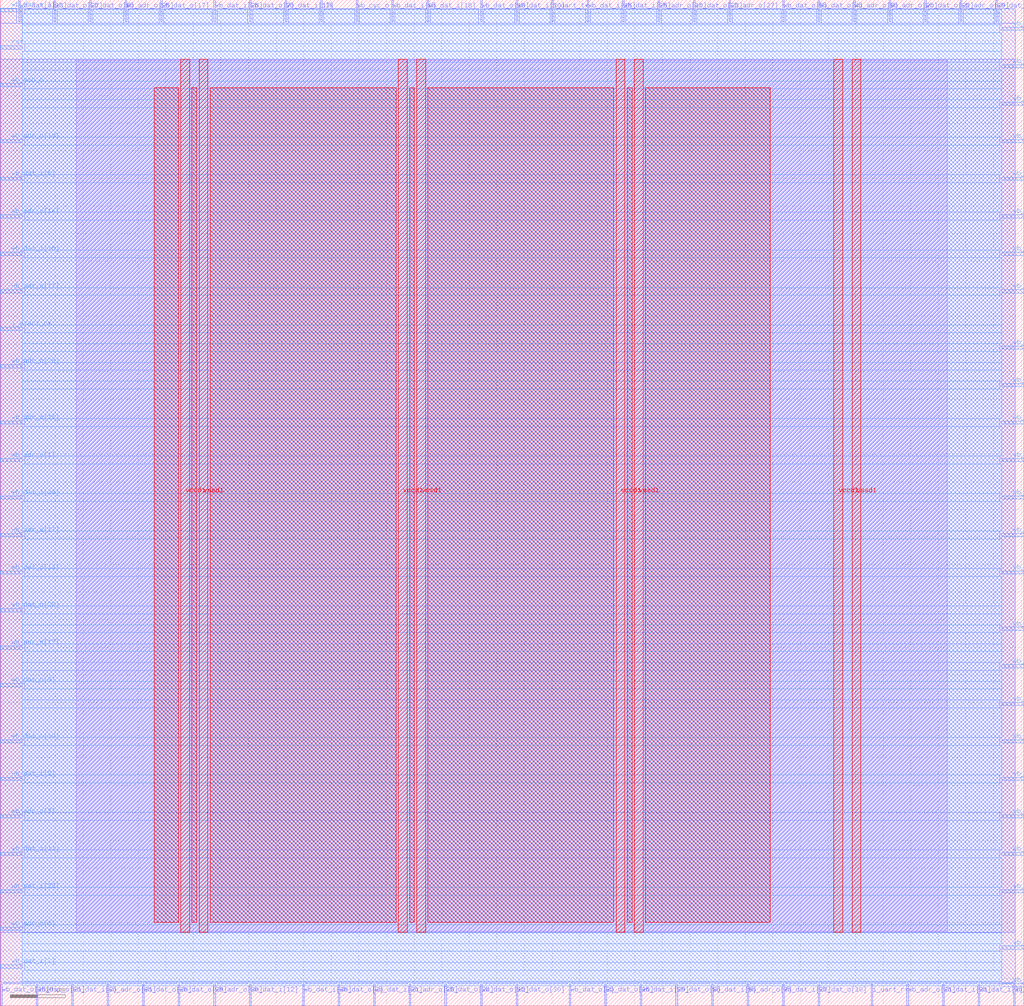
<source format=lef>
VERSION 5.7 ;
  NOWIREEXTENSIONATPIN ON ;
  DIVIDERCHAR "/" ;
  BUSBITCHARS "[]" ;
MACRO uart_wbs_bridge
  CLASS BLOCK ;
  FOREIGN uart_wbs_bridge ;
  ORIGIN 0.000 0.000 ;
  SIZE 185.510 BY 182.390 ;
  PIN clk
    DIRECTION INPUT ;
    USE SIGNAL ;
    ANTENNAGATEAREA 0.852000 ;
    PORT
      LAYER met2 ;
        RECT 58.050 178.390 58.330 182.390 ;
    END
  END clk
  PIN i_start_rx
    DIRECTION INPUT ;
    USE SIGNAL ;
    ANTENNAGATEAREA 0.126000 ;
    PORT
      LAYER met3 ;
        RECT 0.000 122.440 4.000 123.040 ;
    END
  END i_start_rx
  PIN i_uart_rx
    DIRECTION INPUT ;
    USE SIGNAL ;
    ANTENNAGATEAREA 0.196500 ;
    PORT
      LAYER met2 ;
        RECT 157.870 0.000 158.150 4.000 ;
    END
  END i_uart_rx
  PIN o_uart_tx
    DIRECTION OUTPUT TRISTATE ;
    USE SIGNAL ;
    ANTENNADIFFAREA 2.673000 ;
    PORT
      LAYER met2 ;
        RECT 99.910 178.390 100.190 182.390 ;
    END
  END o_uart_tx
  PIN rst
    DIRECTION INPUT ;
    USE SIGNAL ;
    ANTENNAGATEAREA 0.196500 ;
    PORT
      LAYER met3 ;
        RECT 0.000 173.440 4.000 174.040 ;
    END
  END rst
  PIN vccd1
    DIRECTION INOUT ;
    USE POWER ;
    PORT
      LAYER met4 ;
        RECT 32.720 13.360 34.320 171.600 ;
    END
    PORT
      LAYER met4 ;
        RECT 72.165 13.360 73.765 171.600 ;
    END
    PORT
      LAYER met4 ;
        RECT 111.610 13.360 113.210 171.600 ;
    END
    PORT
      LAYER met4 ;
        RECT 151.055 13.360 152.655 171.600 ;
    END
  END vccd1
  PIN vssd1
    DIRECTION INOUT ;
    USE GROUND ;
    PORT
      LAYER met4 ;
        RECT 36.020 13.360 37.620 171.600 ;
    END
    PORT
      LAYER met4 ;
        RECT 75.465 13.360 77.065 171.600 ;
    END
    PORT
      LAYER met4 ;
        RECT 114.910 13.360 116.510 171.600 ;
    END
    PORT
      LAYER met4 ;
        RECT 154.355 13.360 155.955 171.600 ;
    END
  END vssd1
  PIN wb_ack_i
    DIRECTION INPUT ;
    USE SIGNAL ;
    ANTENNAGATEAREA 0.196500 ;
    PORT
      LAYER met3 ;
        RECT 181.510 61.240 185.510 61.840 ;
    END
  END wb_ack_i
  PIN wb_adr_o[0]
    DIRECTION OUTPUT TRISTATE ;
    USE SIGNAL ;
    ANTENNADIFFAREA 2.673000 ;
    PORT
      LAYER met3 ;
        RECT 0.000 13.640 4.000 14.240 ;
    END
  END wb_adr_o[0]
  PIN wb_adr_o[10]
    DIRECTION OUTPUT TRISTATE ;
    USE SIGNAL ;
    ANTENNADIFFAREA 2.673000 ;
    PORT
      LAYER met2 ;
        RECT 119.230 178.390 119.510 182.390 ;
    END
  END wb_adr_o[10]
  PIN wb_adr_o[11]
    DIRECTION OUTPUT TRISTATE ;
    USE SIGNAL ;
    ANTENNADIFFAREA 2.673000 ;
    PORT
      LAYER met3 ;
        RECT 0.000 129.240 4.000 129.840 ;
    END
  END wb_adr_o[11]
  PIN wb_adr_o[12]
    DIRECTION OUTPUT TRISTATE ;
    USE SIGNAL ;
    ANTENNADIFFAREA 2.673000 ;
    PORT
      LAYER met3 ;
        RECT 0.000 64.640 4.000 65.240 ;
    END
  END wb_adr_o[12]
  PIN wb_adr_o[13]
    DIRECTION OUTPUT TRISTATE ;
    USE SIGNAL ;
    ANTENNADIFFAREA 2.673000 ;
    PORT
      LAYER met3 ;
        RECT 181.510 142.840 185.510 143.440 ;
    END
  END wb_adr_o[13]
  PIN wb_adr_o[14]
    DIRECTION OUTPUT TRISTATE ;
    USE SIGNAL ;
    ANTENNADIFFAREA 2.673000 ;
    PORT
      LAYER met3 ;
        RECT 0.000 142.840 4.000 143.440 ;
    END
  END wb_adr_o[14]
  PIN wb_adr_o[15]
    DIRECTION OUTPUT TRISTATE ;
    USE SIGNAL ;
    ANTENNADIFFAREA 2.673000 ;
    PORT
      LAYER met3 ;
        RECT 0.000 105.440 4.000 106.040 ;
    END
  END wb_adr_o[15]
  PIN wb_adr_o[16]
    DIRECTION OUTPUT TRISTATE ;
    USE SIGNAL ;
    ANTENNADIFFAREA 2.673000 ;
    PORT
      LAYER met3 ;
        RECT 181.510 34.040 185.510 34.640 ;
    END
  END wb_adr_o[16]
  PIN wb_adr_o[17]
    DIRECTION OUTPUT TRISTATE ;
    USE SIGNAL ;
    ANTENNADIFFAREA 2.673000 ;
    PORT
      LAYER met3 ;
        RECT 0.000 85.040 4.000 85.640 ;
    END
  END wb_adr_o[17]
  PIN wb_adr_o[18]
    DIRECTION OUTPUT TRISTATE ;
    USE SIGNAL ;
    ANTENNADIFFAREA 2.673000 ;
    PORT
      LAYER met3 ;
        RECT 181.510 91.840 185.510 92.440 ;
    END
  END wb_adr_o[18]
  PIN wb_adr_o[19]
    DIRECTION OUTPUT TRISTATE ;
    USE SIGNAL ;
    ANTENNADIFFAREA 2.673000 ;
    PORT
      LAYER met3 ;
        RECT 0.000 156.440 4.000 157.040 ;
    END
  END wb_adr_o[19]
  PIN wb_adr_o[1]
    DIRECTION OUTPUT TRISTATE ;
    USE SIGNAL ;
    ANTENNADIFFAREA 2.673000 ;
    PORT
      LAYER met3 ;
        RECT 0.000 98.640 4.000 99.240 ;
    END
  END wb_adr_o[1]
  PIN wb_adr_o[20]
    DIRECTION OUTPUT TRISTATE ;
    USE SIGNAL ;
    ANTENNADIFFAREA 2.673000 ;
    PORT
      LAYER met2 ;
        RECT 161.090 178.390 161.370 182.390 ;
    END
  END wb_adr_o[20]
  PIN wb_adr_o[21]
    DIRECTION OUTPUT TRISTATE ;
    USE SIGNAL ;
    ANTENNADIFFAREA 2.673000 ;
    PORT
      LAYER met2 ;
        RECT 164.310 0.000 164.590 4.000 ;
    END
  END wb_adr_o[21]
  PIN wb_adr_o[22]
    DIRECTION OUTPUT TRISTATE ;
    USE SIGNAL ;
    ANTENNADIFFAREA 2.673000 ;
    PORT
      LAYER met3 ;
        RECT 181.510 27.240 185.510 27.840 ;
    END
  END wb_adr_o[22]
  PIN wb_adr_o[23]
    DIRECTION OUTPUT TRISTATE ;
    USE SIGNAL ;
    ANTENNADIFFAREA 2.673000 ;
    PORT
      LAYER met3 ;
        RECT 181.510 98.640 185.510 99.240 ;
    END
  END wb_adr_o[23]
  PIN wb_adr_o[24]
    DIRECTION OUTPUT TRISTATE ;
    USE SIGNAL ;
    ANTENNADIFFAREA 2.673000 ;
    PORT
      LAYER met3 ;
        RECT 181.510 163.240 185.510 163.840 ;
    END
  END wb_adr_o[24]
  PIN wb_adr_o[25]
    DIRECTION OUTPUT TRISTATE ;
    USE SIGNAL ;
    ANTENNADIFFAREA 2.673000 ;
    PORT
      LAYER met2 ;
        RECT 22.630 178.390 22.910 182.390 ;
    END
  END wb_adr_o[25]
  PIN wb_adr_o[26]
    DIRECTION OUTPUT TRISTATE ;
    USE SIGNAL ;
    ANTENNADIFFAREA 2.673000 ;
    PORT
      LAYER met3 ;
        RECT 0.000 115.640 4.000 116.240 ;
    END
  END wb_adr_o[26]
  PIN wb_adr_o[27]
    DIRECTION OUTPUT TRISTATE ;
    USE SIGNAL ;
    ANTENNADIFFAREA 2.673000 ;
    PORT
      LAYER met2 ;
        RECT 132.110 178.390 132.390 182.390 ;
    END
  END wb_adr_o[27]
  PIN wb_adr_o[28]
    DIRECTION OUTPUT TRISTATE ;
    USE SIGNAL ;
    ANTENNADIFFAREA 2.673000 ;
    PORT
      LAYER met2 ;
        RECT 74.150 0.000 74.430 4.000 ;
    END
  END wb_adr_o[28]
  PIN wb_adr_o[29]
    DIRECTION OUTPUT TRISTATE ;
    USE SIGNAL ;
    ANTENNADIFFAREA 2.673000 ;
    PORT
      LAYER met2 ;
        RECT 173.970 178.390 174.250 182.390 ;
    END
  END wb_adr_o[29]
  PIN wb_adr_o[2]
    DIRECTION OUTPUT TRISTATE ;
    USE SIGNAL ;
    ANTENNADIFFAREA 2.673000 ;
    PORT
      LAYER met3 ;
        RECT 181.510 170.040 185.510 170.640 ;
    END
  END wb_adr_o[2]
  PIN wb_adr_o[30]
    DIRECTION OUTPUT TRISTATE ;
    USE SIGNAL ;
    ANTENNADIFFAREA 2.673000 ;
    PORT
      LAYER met2 ;
        RECT 38.730 0.000 39.010 4.000 ;
    END
  END wb_adr_o[30]
  PIN wb_adr_o[31]
    DIRECTION OUTPUT TRISTATE ;
    USE SIGNAL ;
    ANTENNADIFFAREA 2.673000 ;
    PORT
      LAYER met2 ;
        RECT 19.410 0.000 19.690 4.000 ;
    END
  END wb_adr_o[31]
  PIN wb_adr_o[3]
    DIRECTION OUTPUT TRISTATE ;
    USE SIGNAL ;
    ANTENNADIFFAREA 2.673000 ;
    PORT
      LAYER met3 ;
        RECT 0.000 34.040 4.000 34.640 ;
    END
  END wb_adr_o[3]
  PIN wb_adr_o[4]
    DIRECTION OUTPUT TRISTATE ;
    USE SIGNAL ;
    ANTENNADIFFAREA 2.673000 ;
    PORT
      LAYER met3 ;
        RECT 181.510 176.840 185.510 177.440 ;
    END
  END wb_adr_o[4]
  PIN wb_adr_o[5]
    DIRECTION OUTPUT TRISTATE ;
    USE SIGNAL ;
    ANTENNADIFFAREA 2.673000 ;
    PORT
      LAYER met2 ;
        RECT 154.650 178.390 154.930 182.390 ;
    END
  END wb_adr_o[5]
  PIN wb_adr_o[6]
    DIRECTION OUTPUT TRISTATE ;
    USE SIGNAL ;
    ANTENNADIFFAREA 2.673000 ;
    PORT
      LAYER met3 ;
        RECT 181.510 3.440 185.510 4.040 ;
    END
  END wb_adr_o[6]
  PIN wb_adr_o[7]
    DIRECTION OUTPUT TRISTATE ;
    USE SIGNAL ;
    ANTENNADIFFAREA 2.673000 ;
    PORT
      LAYER met2 ;
        RECT 135.330 0.000 135.610 4.000 ;
    END
  END wb_adr_o[7]
  PIN wb_adr_o[8]
    DIRECTION OUTPUT TRISTATE ;
    USE SIGNAL ;
    ANTENNADIFFAREA 2.673000 ;
    PORT
      LAYER met3 ;
        RECT 181.510 78.240 185.510 78.840 ;
    END
  END wb_adr_o[8]
  PIN wb_adr_o[9]
    DIRECTION OUTPUT TRISTATE ;
    USE SIGNAL ;
    ANTENNADIFFAREA 2.673000 ;
    PORT
      LAYER met3 ;
        RECT 181.510 54.440 185.510 55.040 ;
    END
  END wb_adr_o[9]
  PIN wb_cyc_o
    DIRECTION OUTPUT TRISTATE ;
    USE SIGNAL ;
    ANTENNADIFFAREA 2.673000 ;
    PORT
      LAYER met2 ;
        RECT 64.490 178.390 64.770 182.390 ;
    END
  END wb_cyc_o
  PIN wb_dat_i[0]
    DIRECTION INPUT ;
    USE SIGNAL ;
    ANTENNAGATEAREA 0.196500 ;
    PORT
      LAYER met2 ;
        RECT 70.930 178.390 71.210 182.390 ;
    END
  END wb_dat_i[0]
  PIN wb_dat_i[10]
    DIRECTION INPUT ;
    USE SIGNAL ;
    ANTENNAGATEAREA 0.196500 ;
    PORT
      LAYER met3 ;
        RECT 181.510 136.040 185.510 136.640 ;
    END
  END wb_dat_i[10]
  PIN wb_dat_i[11]
    DIRECTION INPUT ;
    USE SIGNAL ;
    ANTENNAGATEAREA 0.196500 ;
    PORT
      LAYER met3 ;
        RECT 0.000 27.240 4.000 27.840 ;
    END
  END wb_dat_i[11]
  PIN wb_dat_i[12]
    DIRECTION INPUT ;
    USE SIGNAL ;
    ANTENNAGATEAREA 0.196500 ;
    PORT
      LAYER met2 ;
        RECT 45.170 0.000 45.450 4.000 ;
    END
  END wb_dat_i[12]
  PIN wb_dat_i[13]
    DIRECTION INPUT ;
    USE SIGNAL ;
    ANTENNAGATEAREA 0.126000 ;
    PORT
      LAYER met3 ;
        RECT 181.510 149.640 185.510 150.240 ;
    END
  END wb_dat_i[13]
  PIN wb_dat_i[14]
    DIRECTION INPUT ;
    USE SIGNAL ;
    ANTENNAGATEAREA 0.196500 ;
    PORT
      LAYER met2 ;
        RECT 183.630 0.000 183.910 4.000 ;
    END
  END wb_dat_i[14]
  PIN wb_dat_i[15]
    DIRECTION INPUT ;
    USE SIGNAL ;
    ANTENNAGATEAREA 0.196500 ;
    PORT
      LAYER met2 ;
        RECT 106.350 178.390 106.630 182.390 ;
    END
  END wb_dat_i[15]
  PIN wb_dat_i[16]
    DIRECTION INPUT ;
    USE SIGNAL ;
    ANTENNAGATEAREA 0.196500 ;
    PORT
      LAYER met3 ;
        RECT 0.000 136.040 4.000 136.640 ;
    END
  END wb_dat_i[16]
  PIN wb_dat_i[17]
    DIRECTION INPUT ;
    USE SIGNAL ;
    ANTENNAGATEAREA 0.126000 ;
    PORT
      LAYER met2 ;
        RECT 51.610 178.390 51.890 182.390 ;
    END
  END wb_dat_i[17]
  PIN wb_dat_i[18]
    DIRECTION INPUT ;
    USE SIGNAL ;
    ANTENNAGATEAREA 0.196500 ;
    PORT
      LAYER met2 ;
        RECT 77.370 178.390 77.650 182.390 ;
    END
  END wb_dat_i[18]
  PIN wb_dat_i[19]
    DIRECTION INPUT ;
    USE SIGNAL ;
    ANTENNAGATEAREA 0.126000 ;
    PORT
      LAYER met3 ;
        RECT 181.510 156.440 185.510 157.040 ;
    END
  END wb_dat_i[19]
  PIN wb_dat_i[1]
    DIRECTION INPUT ;
    USE SIGNAL ;
    ANTENNAGATEAREA 0.196500 ;
    PORT
      LAYER met2 ;
        RECT 177.190 0.000 177.470 4.000 ;
    END
  END wb_dat_i[1]
  PIN wb_dat_i[20]
    DIRECTION INPUT ;
    USE SIGNAL ;
    ANTENNAGATEAREA 0.196500 ;
    PORT
      LAYER met2 ;
        RECT 93.470 178.390 93.750 182.390 ;
    END
  END wb_dat_i[20]
  PIN wb_dat_i[21]
    DIRECTION INPUT ;
    USE SIGNAL ;
    ANTENNAGATEAREA 0.196500 ;
    PORT
      LAYER met2 ;
        RECT 67.710 0.000 67.990 4.000 ;
    END
  END wb_dat_i[21]
  PIN wb_dat_i[22]
    DIRECTION INPUT ;
    USE SIGNAL ;
    ANTENNAGATEAREA 0.196500 ;
    PORT
      LAYER met3 ;
        RECT 181.510 40.840 185.510 41.440 ;
    END
  END wb_dat_i[22]
  PIN wb_dat_i[23]
    DIRECTION INPUT ;
    USE SIGNAL ;
    ANTENNAGATEAREA 0.196500 ;
    PORT
      LAYER met3 ;
        RECT 181.510 112.240 185.510 112.840 ;
    END
  END wb_dat_i[23]
  PIN wb_dat_i[24]
    DIRECTION INPUT ;
    USE SIGNAL ;
    ANTENNAGATEAREA 0.196500 ;
    PORT
      LAYER met3 ;
        RECT 0.000 91.840 4.000 92.440 ;
    END
  END wb_dat_i[24]
  PIN wb_dat_i[25]
    DIRECTION INPUT ;
    USE SIGNAL ;
    ANTENNAGATEAREA 0.196500 ;
    PORT
      LAYER met2 ;
        RECT 112.790 178.390 113.070 182.390 ;
    END
  END wb_dat_i[25]
  PIN wb_dat_i[26]
    DIRECTION INPUT ;
    USE SIGNAL ;
    ANTENNAGATEAREA 0.196500 ;
    PORT
      LAYER met2 ;
        RECT 38.730 178.390 39.010 182.390 ;
    END
  END wb_dat_i[26]
  PIN wb_dat_i[27]
    DIRECTION INPUT ;
    USE SIGNAL ;
    ANTENNAGATEAREA 0.196500 ;
    PORT
      LAYER met2 ;
        RECT 141.770 0.000 142.050 4.000 ;
    END
  END wb_dat_i[27]
  PIN wb_dat_i[28]
    DIRECTION INPUT ;
    USE SIGNAL ;
    ANTENNAGATEAREA 0.196500 ;
    PORT
      LAYER met3 ;
        RECT 0.000 20.440 4.000 21.040 ;
    END
  END wb_dat_i[28]
  PIN wb_dat_i[29]
    DIRECTION INPUT ;
    USE SIGNAL ;
    ANTENNAGATEAREA 0.196500 ;
    PORT
      LAYER met2 ;
        RECT 116.010 0.000 116.290 4.000 ;
    END
  END wb_dat_i[29]
  PIN wb_dat_i[2]
    DIRECTION INPUT ;
    USE SIGNAL ;
    ANTENNAGATEAREA 0.126000 ;
    PORT
      LAYER met2 ;
        RECT 12.970 0.000 13.250 4.000 ;
    END
  END wb_dat_i[2]
  PIN wb_dat_i[30]
    DIRECTION INPUT ;
    USE SIGNAL ;
    ANTENNAGATEAREA 0.196500 ;
    PORT
      LAYER met2 ;
        RECT 54.830 0.000 55.110 4.000 ;
    END
  END wb_dat_i[30]
  PIN wb_dat_i[31]
    DIRECTION INPUT ;
    USE SIGNAL ;
    ANTENNAGATEAREA 0.196500 ;
    PORT
      LAYER met2 ;
        RECT 170.750 0.000 171.030 4.000 ;
    END
  END wb_dat_i[31]
  PIN wb_dat_i[3]
    DIRECTION INPUT ;
    USE SIGNAL ;
    ANTENNAGATEAREA 0.196500 ;
    PORT
      LAYER met3 ;
        RECT 0.000 6.840 4.000 7.440 ;
    END
  END wb_dat_i[3]
  PIN wb_dat_i[4]
    DIRECTION INPUT ;
    USE SIGNAL ;
    ANTENNAGATEAREA 0.196500 ;
    PORT
      LAYER met3 ;
        RECT 181.510 47.640 185.510 48.240 ;
    END
  END wb_dat_i[4]
  PIN wb_dat_i[5]
    DIRECTION INPUT ;
    USE SIGNAL ;
    ANTENNAGATEAREA 0.196500 ;
    PORT
      LAYER met2 ;
        RECT 128.890 0.000 129.170 4.000 ;
    END
  END wb_dat_i[5]
  PIN wb_dat_i[6]
    DIRECTION INPUT ;
    USE SIGNAL ;
    ANTENNAGATEAREA 0.213000 ;
    PORT
      LAYER met3 ;
        RECT 0.000 149.640 4.000 150.240 ;
    END
  END wb_dat_i[6]
  PIN wb_dat_i[7]
    DIRECTION INPUT ;
    USE SIGNAL ;
    ANTENNAGATEAREA 0.196500 ;
    PORT
      LAYER met3 ;
        RECT 181.510 10.240 185.510 10.840 ;
    END
  END wb_dat_i[7]
  PIN wb_dat_i[8]
    DIRECTION INPUT ;
    USE SIGNAL ;
    ANTENNAGATEAREA 0.196500 ;
    PORT
      LAYER met3 ;
        RECT 0.000 40.840 4.000 41.440 ;
    END
  END wb_dat_i[8]
  PIN wb_dat_i[9]
    DIRECTION INPUT ;
    USE SIGNAL ;
    ANTENNAGATEAREA 0.196500 ;
    PORT
      LAYER met3 ;
        RECT 181.510 68.040 185.510 68.640 ;
    END
  END wb_dat_i[9]
  PIN wb_dat_o[0]
    DIRECTION OUTPUT TRISTATE ;
    USE SIGNAL ;
    ANTENNADIFFAREA 2.673000 ;
    PORT
      LAYER met3 ;
        RECT 181.510 119.040 185.510 119.640 ;
    END
  END wb_dat_o[0]
  PIN wb_dat_o[10]
    DIRECTION OUTPUT TRISTATE ;
    USE SIGNAL ;
    ANTENNADIFFAREA 2.673000 ;
    PORT
      LAYER met2 ;
        RECT 148.210 0.000 148.490 4.000 ;
    END
  END wb_dat_o[10]
  PIN wb_dat_o[11]
    DIRECTION OUTPUT TRISTATE ;
    USE SIGNAL ;
    ANTENNADIFFAREA 2.673000 ;
    PORT
      LAYER met3 ;
        RECT 181.510 129.240 185.510 129.840 ;
    END
  END wb_dat_o[11]
  PIN wb_dat_o[12]
    DIRECTION OUTPUT TRISTATE ;
    USE SIGNAL ;
    ANTENNADIFFAREA 2.673000 ;
    PORT
      LAYER met2 ;
        RECT 87.030 0.000 87.310 4.000 ;
    END
  END wb_dat_o[12]
  PIN wb_dat_o[13]
    DIRECTION OUTPUT TRISTATE ;
    USE SIGNAL ;
    ANTENNADIFFAREA 2.673000 ;
    PORT
      LAYER met2 ;
        RECT 3.310 178.390 3.590 182.390 ;
    END
  END wb_dat_o[13]
  PIN wb_dat_o[14]
    DIRECTION OUTPUT TRISTATE ;
    USE SIGNAL ;
    ANTENNADIFFAREA 2.673000 ;
    PORT
      LAYER met3 ;
        RECT 0.000 78.240 4.000 78.840 ;
    END
  END wb_dat_o[14]
  PIN wb_dat_o[15]
    DIRECTION OUTPUT TRISTATE ;
    USE SIGNAL ;
    ANTENNADIFFAREA 2.673000 ;
    PORT
      LAYER met2 ;
        RECT 0.090 0.000 0.370 4.000 ;
    END
  END wb_dat_o[15]
  PIN wb_dat_o[16]
    DIRECTION OUTPUT TRISTATE ;
    USE SIGNAL ;
    ANTENNADIFFAREA 2.673000 ;
    PORT
      LAYER met2 ;
        RECT 109.570 0.000 109.850 4.000 ;
    END
  END wb_dat_o[16]
  PIN wb_dat_o[17]
    DIRECTION OUTPUT TRISTATE ;
    USE SIGNAL ;
    ANTENNADIFFAREA 2.673000 ;
    PORT
      LAYER met2 ;
        RECT 29.070 178.390 29.350 182.390 ;
    END
  END wb_dat_o[17]
  PIN wb_dat_o[18]
    DIRECTION OUTPUT TRISTATE ;
    USE SIGNAL ;
    ANTENNADIFFAREA 2.673000 ;
    PORT
      LAYER met2 ;
        RECT 87.030 178.390 87.310 182.390 ;
    END
  END wb_dat_o[18]
  PIN wb_dat_o[19]
    DIRECTION OUTPUT TRISTATE ;
    USE SIGNAL ;
    ANTENNADIFFAREA 2.673000 ;
    PORT
      LAYER met3 ;
        RECT 0.000 47.640 4.000 48.240 ;
    END
  END wb_dat_o[19]
  PIN wb_dat_o[1]
    DIRECTION OUTPUT TRISTATE ;
    USE SIGNAL ;
    ANTENNADIFFAREA 2.673000 ;
    PORT
      LAYER met3 ;
        RECT 0.000 180.240 4.000 180.840 ;
    END
  END wb_dat_o[1]
  PIN wb_dat_o[20]
    DIRECTION OUTPUT TRISTATE ;
    USE SIGNAL ;
    ANTENNADIFFAREA 2.673000 ;
    PORT
      LAYER met2 ;
        RECT 25.850 0.000 26.130 4.000 ;
    END
  END wb_dat_o[20]
  PIN wb_dat_o[21]
    DIRECTION OUTPUT TRISTATE ;
    USE SIGNAL ;
    ANTENNADIFFAREA 2.673000 ;
    PORT
      LAYER met2 ;
        RECT 6.530 0.000 6.810 4.000 ;
    END
  END wb_dat_o[21]
  PIN wb_dat_o[22]
    DIRECTION OUTPUT TRISTATE ;
    USE SIGNAL ;
    ANTENNADIFFAREA 2.673000 ;
    PORT
      LAYER met2 ;
        RECT 167.530 178.390 167.810 182.390 ;
    END
  END wb_dat_o[22]
  PIN wb_dat_o[23]
    DIRECTION OUTPUT TRISTATE ;
    USE SIGNAL ;
    ANTENNADIFFAREA 2.673000 ;
    PORT
      LAYER met2 ;
        RECT 125.670 178.390 125.950 182.390 ;
    END
  END wb_dat_o[23]
  PIN wb_dat_o[24]
    DIRECTION OUTPUT TRISTATE ;
    USE SIGNAL ;
    ANTENNADIFFAREA 2.673000 ;
    PORT
      LAYER met2 ;
        RECT 80.590 0.000 80.870 4.000 ;
    END
  END wb_dat_o[24]
  PIN wb_dat_o[25]
    DIRECTION OUTPUT TRISTATE ;
    USE SIGNAL ;
    ANTENNADIFFAREA 2.673000 ;
    PORT
      LAYER met2 ;
        RECT 180.410 178.390 180.690 182.390 ;
    END
  END wb_dat_o[25]
  PIN wb_dat_o[26]
    DIRECTION OUTPUT TRISTATE ;
    USE SIGNAL ;
    ANTENNADIFFAREA 2.673000 ;
    PORT
      LAYER met3 ;
        RECT 181.510 20.440 185.510 21.040 ;
    END
  END wb_dat_o[26]
  PIN wb_dat_o[27]
    DIRECTION OUTPUT TRISTATE ;
    USE SIGNAL ;
    ANTENNADIFFAREA 2.673000 ;
    PORT
      LAYER met2 ;
        RECT 9.750 178.390 10.030 182.390 ;
    END
  END wb_dat_o[27]
  PIN wb_dat_o[28]
    DIRECTION OUTPUT TRISTATE ;
    USE SIGNAL ;
    ANTENNADIFFAREA 2.673000 ;
    PORT
      LAYER met3 ;
        RECT 0.000 71.440 4.000 72.040 ;
    END
  END wb_dat_o[28]
  PIN wb_dat_o[29]
    DIRECTION OUTPUT TRISTATE ;
    USE SIGNAL ;
    ANTENNADIFFAREA 2.673000 ;
    PORT
      LAYER met2 ;
        RECT 32.290 0.000 32.570 4.000 ;
    END
  END wb_dat_o[29]
  PIN wb_dat_o[2]
    DIRECTION OUTPUT TRISTATE ;
    USE SIGNAL ;
    ANTENNADIFFAREA 2.673000 ;
    PORT
      LAYER met2 ;
        RECT 61.270 0.000 61.550 4.000 ;
    END
  END wb_dat_o[2]
  PIN wb_dat_o[30]
    DIRECTION OUTPUT TRISTATE ;
    USE SIGNAL ;
    ANTENNADIFFAREA 2.673000 ;
    PORT
      LAYER met2 ;
        RECT 93.470 0.000 93.750 4.000 ;
    END
  END wb_dat_o[30]
  PIN wb_dat_o[31]
    DIRECTION OUTPUT TRISTATE ;
    USE SIGNAL ;
    ANTENNADIFFAREA 2.673000 ;
    PORT
      LAYER met3 ;
        RECT 181.510 105.440 185.510 106.040 ;
    END
  END wb_dat_o[31]
  PIN wb_dat_o[3]
    DIRECTION OUTPUT TRISTATE ;
    USE SIGNAL ;
    ANTENNADIFFAREA 2.673000 ;
    PORT
      LAYER met2 ;
        RECT 103.130 0.000 103.410 4.000 ;
    END
  END wb_dat_o[3]
  PIN wb_dat_o[4]
    DIRECTION OUTPUT TRISTATE ;
    USE SIGNAL ;
    ANTENNADIFFAREA 2.673000 ;
    PORT
      LAYER met2 ;
        RECT 148.210 178.390 148.490 182.390 ;
    END
  END wb_dat_o[4]
  PIN wb_dat_o[5]
    DIRECTION OUTPUT TRISTATE ;
    USE SIGNAL ;
    ANTENNADIFFAREA 2.673000 ;
    PORT
      LAYER met2 ;
        RECT 141.770 178.390 142.050 182.390 ;
    END
  END wb_dat_o[5]
  PIN wb_dat_o[6]
    DIRECTION OUTPUT TRISTATE ;
    USE SIGNAL ;
    ANTENNADIFFAREA 2.673000 ;
    PORT
      LAYER met2 ;
        RECT 16.190 178.390 16.470 182.390 ;
    END
  END wb_dat_o[6]
  PIN wb_dat_o[7]
    DIRECTION OUTPUT TRISTATE ;
    USE SIGNAL ;
    ANTENNADIFFAREA 2.673000 ;
    PORT
      LAYER met2 ;
        RECT 45.170 178.390 45.450 182.390 ;
    END
  END wb_dat_o[7]
  PIN wb_dat_o[8]
    DIRECTION OUTPUT TRISTATE ;
    USE SIGNAL ;
    ANTENNADIFFAREA 2.673000 ;
    PORT
      LAYER met2 ;
        RECT 122.450 0.000 122.730 4.000 ;
    END
  END wb_dat_o[8]
  PIN wb_dat_o[9]
    DIRECTION OUTPUT TRISTATE ;
    USE SIGNAL ;
    ANTENNADIFFAREA 2.673000 ;
    PORT
      LAYER met3 ;
        RECT 0.000 57.840 4.000 58.440 ;
    END
  END wb_dat_o[9]
  PIN wb_stb_o
    DIRECTION OUTPUT TRISTATE ;
    USE SIGNAL ;
    ANTENNADIFFAREA 2.673000 ;
    PORT
      LAYER met3 ;
        RECT 0.000 166.640 4.000 167.240 ;
    END
  END wb_stb_o
  PIN wb_we_o
    DIRECTION OUTPUT TRISTATE ;
    USE SIGNAL ;
    ANTENNADIFFAREA 2.673000 ;
    PORT
      LAYER met3 ;
        RECT 181.510 85.040 185.510 85.640 ;
    END
  END wb_we_o
  OBS
      LAYER li1 ;
        RECT 13.800 13.515 171.580 171.445 ;
      LAYER met1 ;
        RECT 0.070 13.360 183.930 171.600 ;
      LAYER met2 ;
        RECT 0.100 178.110 3.030 180.725 ;
        RECT 3.870 178.110 9.470 180.725 ;
        RECT 10.310 178.110 15.910 180.725 ;
        RECT 16.750 178.110 22.350 180.725 ;
        RECT 23.190 178.110 28.790 180.725 ;
        RECT 29.630 178.110 38.450 180.725 ;
        RECT 39.290 178.110 44.890 180.725 ;
        RECT 45.730 178.110 51.330 180.725 ;
        RECT 52.170 178.110 57.770 180.725 ;
        RECT 58.610 178.110 64.210 180.725 ;
        RECT 65.050 178.110 70.650 180.725 ;
        RECT 71.490 178.110 77.090 180.725 ;
        RECT 77.930 178.110 86.750 180.725 ;
        RECT 87.590 178.110 93.190 180.725 ;
        RECT 94.030 178.110 99.630 180.725 ;
        RECT 100.470 178.110 106.070 180.725 ;
        RECT 106.910 178.110 112.510 180.725 ;
        RECT 113.350 178.110 118.950 180.725 ;
        RECT 119.790 178.110 125.390 180.725 ;
        RECT 126.230 178.110 131.830 180.725 ;
        RECT 132.670 178.110 141.490 180.725 ;
        RECT 142.330 178.110 147.930 180.725 ;
        RECT 148.770 178.110 154.370 180.725 ;
        RECT 155.210 178.110 160.810 180.725 ;
        RECT 161.650 178.110 167.250 180.725 ;
        RECT 168.090 178.110 173.690 180.725 ;
        RECT 174.530 178.110 180.130 180.725 ;
        RECT 180.970 178.110 183.900 180.725 ;
        RECT 0.100 4.280 183.900 178.110 ;
        RECT 0.650 4.000 6.250 4.280 ;
        RECT 7.090 4.000 12.690 4.280 ;
        RECT 13.530 4.000 19.130 4.280 ;
        RECT 19.970 4.000 25.570 4.280 ;
        RECT 26.410 4.000 32.010 4.280 ;
        RECT 32.850 4.000 38.450 4.280 ;
        RECT 39.290 4.000 44.890 4.280 ;
        RECT 45.730 4.000 54.550 4.280 ;
        RECT 55.390 4.000 60.990 4.280 ;
        RECT 61.830 4.000 67.430 4.280 ;
        RECT 68.270 4.000 73.870 4.280 ;
        RECT 74.710 4.000 80.310 4.280 ;
        RECT 81.150 4.000 86.750 4.280 ;
        RECT 87.590 4.000 93.190 4.280 ;
        RECT 94.030 4.000 102.850 4.280 ;
        RECT 103.690 4.000 109.290 4.280 ;
        RECT 110.130 4.000 115.730 4.280 ;
        RECT 116.570 4.000 122.170 4.280 ;
        RECT 123.010 4.000 128.610 4.280 ;
        RECT 129.450 4.000 135.050 4.280 ;
        RECT 135.890 4.000 141.490 4.280 ;
        RECT 142.330 4.000 147.930 4.280 ;
        RECT 148.770 4.000 157.590 4.280 ;
        RECT 158.430 4.000 164.030 4.280 ;
        RECT 164.870 4.000 170.470 4.280 ;
        RECT 171.310 4.000 176.910 4.280 ;
        RECT 177.750 4.000 183.350 4.280 ;
      LAYER met3 ;
        RECT 4.400 179.840 181.510 180.705 ;
        RECT 4.000 177.840 181.510 179.840 ;
        RECT 4.000 176.440 181.110 177.840 ;
        RECT 4.000 174.440 181.510 176.440 ;
        RECT 4.400 173.040 181.510 174.440 ;
        RECT 4.000 171.040 181.510 173.040 ;
        RECT 4.000 169.640 181.110 171.040 ;
        RECT 4.000 167.640 181.510 169.640 ;
        RECT 4.400 166.240 181.510 167.640 ;
        RECT 4.000 164.240 181.510 166.240 ;
        RECT 4.000 162.840 181.110 164.240 ;
        RECT 4.000 157.440 181.510 162.840 ;
        RECT 4.400 156.040 181.110 157.440 ;
        RECT 4.000 150.640 181.510 156.040 ;
        RECT 4.400 149.240 181.110 150.640 ;
        RECT 4.000 143.840 181.510 149.240 ;
        RECT 4.400 142.440 181.110 143.840 ;
        RECT 4.000 137.040 181.510 142.440 ;
        RECT 4.400 135.640 181.110 137.040 ;
        RECT 4.000 130.240 181.510 135.640 ;
        RECT 4.400 128.840 181.110 130.240 ;
        RECT 4.000 123.440 181.510 128.840 ;
        RECT 4.400 122.040 181.510 123.440 ;
        RECT 4.000 120.040 181.510 122.040 ;
        RECT 4.000 118.640 181.110 120.040 ;
        RECT 4.000 116.640 181.510 118.640 ;
        RECT 4.400 115.240 181.510 116.640 ;
        RECT 4.000 113.240 181.510 115.240 ;
        RECT 4.000 111.840 181.110 113.240 ;
        RECT 4.000 106.440 181.510 111.840 ;
        RECT 4.400 105.040 181.110 106.440 ;
        RECT 4.000 99.640 181.510 105.040 ;
        RECT 4.400 98.240 181.110 99.640 ;
        RECT 4.000 92.840 181.510 98.240 ;
        RECT 4.400 91.440 181.110 92.840 ;
        RECT 4.000 86.040 181.510 91.440 ;
        RECT 4.400 84.640 181.110 86.040 ;
        RECT 4.000 79.240 181.510 84.640 ;
        RECT 4.400 77.840 181.110 79.240 ;
        RECT 4.000 72.440 181.510 77.840 ;
        RECT 4.400 71.040 181.510 72.440 ;
        RECT 4.000 69.040 181.510 71.040 ;
        RECT 4.000 67.640 181.110 69.040 ;
        RECT 4.000 65.640 181.510 67.640 ;
        RECT 4.400 64.240 181.510 65.640 ;
        RECT 4.000 62.240 181.510 64.240 ;
        RECT 4.000 60.840 181.110 62.240 ;
        RECT 4.000 58.840 181.510 60.840 ;
        RECT 4.400 57.440 181.510 58.840 ;
        RECT 4.000 55.440 181.510 57.440 ;
        RECT 4.000 54.040 181.110 55.440 ;
        RECT 4.000 48.640 181.510 54.040 ;
        RECT 4.400 47.240 181.110 48.640 ;
        RECT 4.000 41.840 181.510 47.240 ;
        RECT 4.400 40.440 181.110 41.840 ;
        RECT 4.000 35.040 181.510 40.440 ;
        RECT 4.400 33.640 181.110 35.040 ;
        RECT 4.000 28.240 181.510 33.640 ;
        RECT 4.400 26.840 181.110 28.240 ;
        RECT 4.000 21.440 181.510 26.840 ;
        RECT 4.400 20.040 181.110 21.440 ;
        RECT 4.000 14.640 181.510 20.040 ;
        RECT 4.400 13.240 181.510 14.640 ;
        RECT 4.000 11.240 181.510 13.240 ;
        RECT 4.000 9.840 181.110 11.240 ;
        RECT 4.000 7.840 181.510 9.840 ;
        RECT 4.400 6.440 181.510 7.840 ;
        RECT 4.000 4.440 181.510 6.440 ;
        RECT 4.000 3.590 181.110 4.440 ;
      LAYER met4 ;
        RECT 27.895 15.135 32.320 166.425 ;
        RECT 34.720 15.135 35.620 166.425 ;
        RECT 38.020 15.135 71.765 166.425 ;
        RECT 74.165 15.135 75.065 166.425 ;
        RECT 77.465 15.135 111.210 166.425 ;
        RECT 113.610 15.135 114.510 166.425 ;
        RECT 116.910 15.135 139.545 166.425 ;
  END
END uart_wbs_bridge
END LIBRARY


</source>
